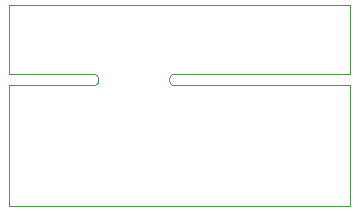
<source format=gm1>
G75*
%MOIN*%
%OFA0B0*%
%FSLAX24Y24*%
%IPPOS*%
%LPD*%
%AMOC8*
5,1,8,0,0,1.08239X$1,22.5*
%
%ADD10C,0.0000*%
D10*
X000839Y003064D02*
X000839Y007080D01*
X003635Y007080D01*
X003661Y007082D01*
X003686Y007087D01*
X003710Y007095D01*
X003734Y007106D01*
X003755Y007121D01*
X003774Y007138D01*
X003791Y007157D01*
X003806Y007179D01*
X003817Y007202D01*
X003825Y007226D01*
X003830Y007251D01*
X003832Y007277D01*
X003830Y007303D01*
X003825Y007328D01*
X003817Y007352D01*
X003806Y007376D01*
X003791Y007397D01*
X003774Y007416D01*
X003755Y007433D01*
X003734Y007448D01*
X003710Y007459D01*
X003686Y007467D01*
X003661Y007472D01*
X003635Y007474D01*
X000839Y007474D01*
X000839Y009757D01*
X012217Y009757D01*
X012217Y007474D01*
X006390Y007474D01*
X006364Y007472D01*
X006339Y007467D01*
X006315Y007459D01*
X006292Y007448D01*
X006270Y007433D01*
X006251Y007416D01*
X006234Y007397D01*
X006219Y007376D01*
X006208Y007352D01*
X006200Y007328D01*
X006195Y007303D01*
X006193Y007277D01*
X006195Y007251D01*
X006200Y007226D01*
X006208Y007202D01*
X006219Y007179D01*
X006234Y007157D01*
X006251Y007138D01*
X006270Y007121D01*
X006292Y007106D01*
X006315Y007095D01*
X006339Y007087D01*
X006364Y007082D01*
X006390Y007080D01*
X012217Y007080D01*
X012217Y003064D01*
X000839Y003064D01*
M02*

</source>
